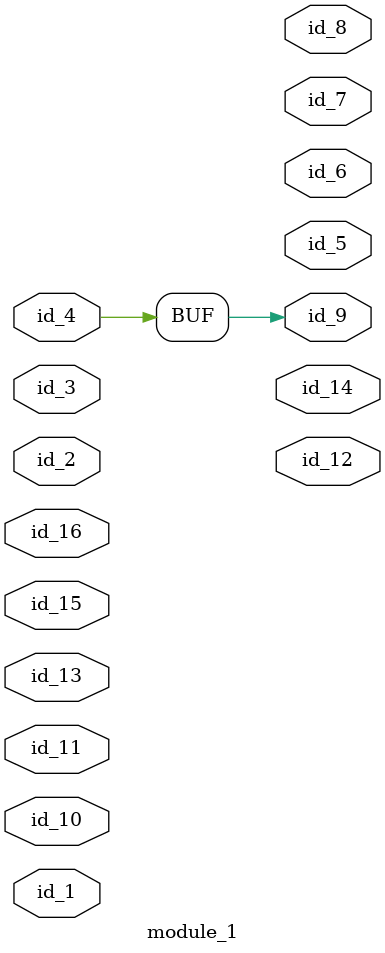
<source format=v>
module module_0;
endmodule
module module_1 (
    id_1,
    id_2,
    id_3,
    id_4,
    id_5,
    id_6,
    id_7,
    id_8,
    id_9,
    id_10,
    id_11,
    id_12,
    id_13,
    id_14,
    id_15,
    id_16
);
  inout wire id_16;
  inout wire id_15;
  output wire id_14;
  input wire id_13;
  output wire id_12;
  inout wire id_11;
  inout wire id_10;
  output wire id_9;
  output wire id_8;
  output wire id_7;
  output wire id_6;
  output wire id_5;
  inout wire id_4;
  module_0 modCall_1 ();
  input wire id_3;
  inout wire id_2;
  input wire id_1;
  assign id_9 = id_4;
endmodule

</source>
